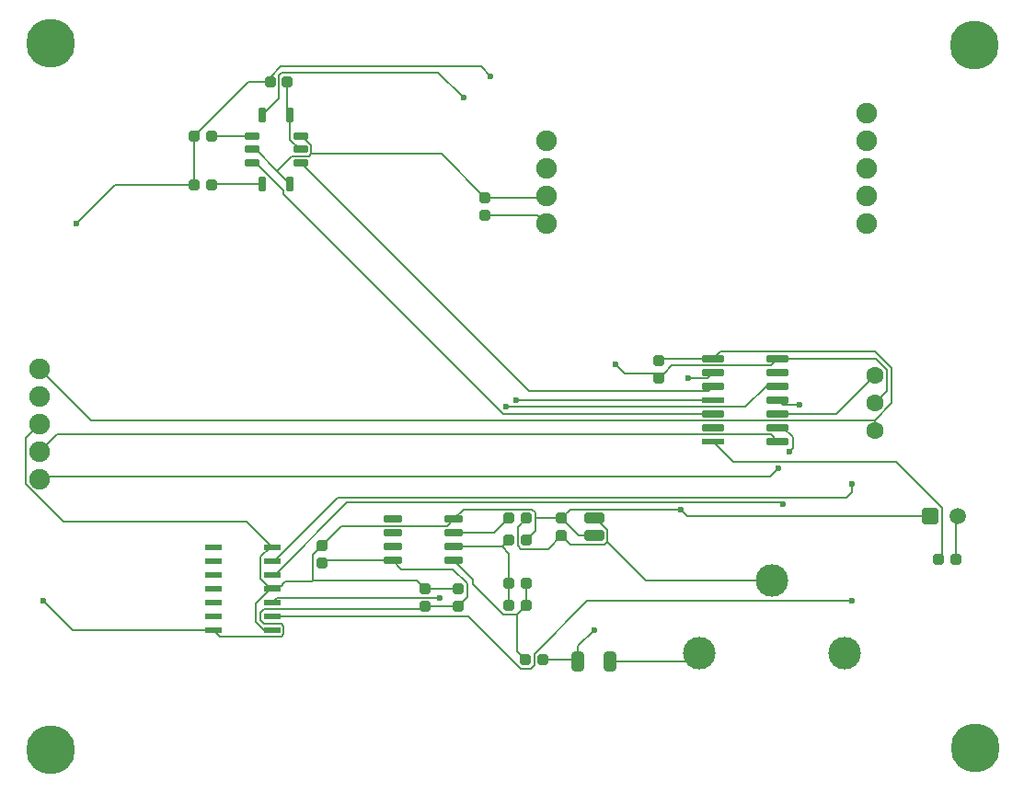
<source format=gbr>
%TF.GenerationSoftware,KiCad,Pcbnew,9.0.7-1.fc42*%
%TF.CreationDate,2026-02-03T17:10:45+01:00*%
%TF.ProjectId,air_sensor,6169725f-7365-46e7-936f-722e6b696361,rev?*%
%TF.SameCoordinates,Original*%
%TF.FileFunction,Copper,L1,Top*%
%TF.FilePolarity,Positive*%
%FSLAX46Y46*%
G04 Gerber Fmt 4.6, Leading zero omitted, Abs format (unit mm)*
G04 Created by KiCad (PCBNEW 9.0.7-1.fc42) date 2026-02-03 17:10:45*
%MOMM*%
%LPD*%
G01*
G04 APERTURE LIST*
G04 Aperture macros list*
%AMRoundRect*
0 Rectangle with rounded corners*
0 $1 Rounding radius*
0 $2 $3 $4 $5 $6 $7 $8 $9 X,Y pos of 4 corners*
0 Add a 4 corners polygon primitive as box body*
4,1,4,$2,$3,$4,$5,$6,$7,$8,$9,$2,$3,0*
0 Add four circle primitives for the rounded corners*
1,1,$1+$1,$2,$3*
1,1,$1+$1,$4,$5*
1,1,$1+$1,$6,$7*
1,1,$1+$1,$8,$9*
0 Add four rect primitives between the rounded corners*
20,1,$1+$1,$2,$3,$4,$5,0*
20,1,$1+$1,$4,$5,$6,$7,0*
20,1,$1+$1,$6,$7,$8,$9,0*
20,1,$1+$1,$8,$9,$2,$3,0*%
G04 Aperture macros list end*
%TA.AperFunction,SMDPad,CuDef*%
%ADD10RoundRect,0.250000X0.325000X0.650000X-0.325000X0.650000X-0.325000X-0.650000X0.325000X-0.650000X0*%
%TD*%
%TA.AperFunction,SMDPad,CuDef*%
%ADD11RoundRect,0.142500X-0.357500X0.332500X-0.357500X-0.332500X0.357500X-0.332500X0.357500X0.332500X0*%
%TD*%
%TA.AperFunction,SMDPad,CuDef*%
%ADD12RoundRect,0.090000X0.560000X-0.210000X0.560000X0.210000X-0.560000X0.210000X-0.560000X-0.210000X0*%
%TD*%
%TA.AperFunction,SMDPad,CuDef*%
%ADD13RoundRect,0.090000X-0.210000X-0.560000X0.210000X-0.560000X0.210000X0.560000X-0.210000X0.560000X0*%
%TD*%
%TA.AperFunction,SMDPad,CuDef*%
%ADD14RoundRect,0.082500X0.667500X-0.192500X0.667500X0.192500X-0.667500X0.192500X-0.667500X-0.192500X0*%
%TD*%
%TA.AperFunction,SMDPad,CuDef*%
%ADD15RoundRect,0.142500X0.332500X0.357500X-0.332500X0.357500X-0.332500X-0.357500X0.332500X-0.357500X0*%
%TD*%
%TA.AperFunction,SMDPad,CuDef*%
%ADD16RoundRect,0.142500X-0.332500X-0.357500X0.332500X-0.357500X0.332500X0.357500X-0.332500X0.357500X0*%
%TD*%
%TA.AperFunction,ComponentPad*%
%ADD17C,3.000000*%
%TD*%
%TA.AperFunction,SMDPad,CuDef*%
%ADD18RoundRect,0.142500X0.357500X-0.332500X0.357500X0.332500X-0.357500X0.332500X-0.357500X-0.332500X0*%
%TD*%
%TA.AperFunction,SMDPad,CuDef*%
%ADD19RoundRect,0.090000X-0.947500X-0.210000X0.947500X-0.210000X0.947500X0.210000X-0.947500X0.210000X0*%
%TD*%
%TA.AperFunction,SMDPad,CuDef*%
%ADD20RoundRect,0.088500X-0.949000X-0.206500X0.949000X-0.206500X0.949000X0.206500X-0.949000X0.206500X0*%
%TD*%
%TA.AperFunction,SMDPad,CuDef*%
%ADD21RoundRect,0.091500X-0.946000X-0.213500X0.946000X-0.213500X0.946000X0.213500X-0.946000X0.213500X0*%
%TD*%
%TA.AperFunction,ComponentPad*%
%ADD22C,4.500000*%
%TD*%
%TA.AperFunction,ComponentPad*%
%ADD23RoundRect,0.250000X-0.500000X-0.500000X0.500000X-0.500000X0.500000X0.500000X-0.500000X0.500000X0*%
%TD*%
%TA.AperFunction,ComponentPad*%
%ADD24C,1.500000*%
%TD*%
%TA.AperFunction,SMDPad,CuDef*%
%ADD25RoundRect,0.090000X0.797500X0.210000X-0.797500X0.210000X-0.797500X-0.210000X0.797500X-0.210000X0*%
%TD*%
%TA.AperFunction,ComponentPad*%
%ADD26C,1.905000*%
%TD*%
%TA.AperFunction,ComponentPad*%
%ADD27C,1.600000*%
%TD*%
%TA.AperFunction,SMDPad,CuDef*%
%ADD28RoundRect,0.150000X-0.750000X0.350000X-0.750000X-0.350000X0.750000X-0.350000X0.750000X0.350000X0*%
%TD*%
%TA.AperFunction,ViaPad*%
%ADD29C,0.600000*%
%TD*%
%TA.AperFunction,Conductor*%
%ADD30C,0.200000*%
%TD*%
G04 APERTURE END LIST*
D10*
%TO.P,C16,1*%
%TO.N,GND*%
X148475000Y-119910000D03*
%TO.P,C16,2*%
%TO.N,02_A*%
X145525000Y-119910000D03*
%TD*%
D11*
%TO.P,C18,1*%
%TO.N,3V3*%
X153000000Y-92200000D03*
%TO.P,C18,2*%
%TO.N,GND*%
X153000000Y-93800000D03*
%TD*%
D12*
%TO.P,M1,1,A*%
%TO.N,NO2_VAL*%
X115560000Y-74000000D03*
%TO.P,M1,2,B*%
%TO.N,GND*%
X115560000Y-72750000D03*
%TO.P,M1,3,C*%
%TO.N,Net-(M1-C)*%
X115560000Y-71500000D03*
D13*
%TO.P,M1,4,D*%
%TO.N,NH3_VAL*%
X116510000Y-69560000D03*
%TO.P,M1,5,E*%
%TO.N,Net-(M1-E)*%
X119050000Y-69560000D03*
D12*
%TO.P,M1,6,F*%
%TO.N,GND*%
X120000000Y-71500000D03*
%TO.P,M1,7,G*%
%TO.N,Net-(M1-E)*%
X120000000Y-72750000D03*
%TO.P,M1,8,H*%
%TO.N,CO_VAL*%
X120000000Y-74000000D03*
D13*
%TO.P,M1,9,J*%
%TO.N,GND*%
X119050000Y-75940000D03*
%TO.P,M1,10,K*%
%TO.N,Net-(M1-K)*%
X116510000Y-75940000D03*
%TD*%
D14*
%TO.P,U9,1,1OE*%
%TO.N,GND*%
X117400000Y-117000000D03*
%TO.P,U9,2,1A*%
%TO.N,CO2_TX*%
X117400000Y-115730000D03*
%TO.P,U9,3,1Y*%
%TO.N,AT_GAS_RX*%
X117400000Y-114460000D03*
%TO.P,U9,4,2OE*%
%TO.N,GND*%
X117400000Y-113190000D03*
%TO.P,U9,5,2A*%
%TO.N,AT_GAS_TX*%
X117400000Y-111920000D03*
%TO.P,U9,6,2Y*%
%TO.N,C02_RX*%
X117400000Y-110650000D03*
%TO.P,U9,7,GND*%
%TO.N,GND*%
X117400000Y-109380000D03*
%TO.P,U9,8,3Y*%
%TO.N,unconnected-(U9-3Y-Pad8)*%
X112000000Y-109390000D03*
%TO.P,U9,9,3A*%
%TO.N,unconnected-(U9-3A-Pad9)*%
X112000000Y-110660000D03*
%TO.P,U9,10,3OE*%
%TO.N,unconnected-(U9-3OE-Pad10)*%
X112000000Y-111930000D03*
%TO.P,U9,11,4Y*%
%TO.N,unconnected-(U9-4Y-Pad11)*%
X112000000Y-113200000D03*
%TO.P,U9,12,4A*%
%TO.N,unconnected-(U9-4A-Pad12)*%
X112000000Y-114460000D03*
%TO.P,U9,13,4OE*%
%TO.N,unconnected-(U9-4OE-Pad13)*%
X112000000Y-115730000D03*
%TO.P,U9,14,VCC*%
%TO.N,3V3*%
X112000000Y-117000000D03*
%TD*%
D15*
%TO.P,C15,1*%
%TO.N,Net-(A1-OUT_A)*%
X140800000Y-114700000D03*
%TO.P,C15,2*%
%TO.N,Net-(A1--IN_A)*%
X139200000Y-114700000D03*
%TD*%
D16*
%TO.P,R12,1*%
%TO.N,5V*%
X117200000Y-66500000D03*
%TO.P,R12,2*%
%TO.N,Net-(M1-E)*%
X118800000Y-66500000D03*
%TD*%
D17*
%TO.P,O1,1,Vsensor+*%
%TO.N,Net-(O1-Vsensor+)*%
X163400000Y-112400000D03*
%TO.P,O1,2,Vsensor-*%
%TO.N,GND*%
X156700000Y-119100000D03*
%TO.P,O1,3*%
%TO.N,unconnected-(O1-Pad3)*%
X170100000Y-119100000D03*
%TD*%
D18*
%TO.P,C32,1*%
%TO.N,5V*%
X137000000Y-78800000D03*
%TO.P,C32,2*%
%TO.N,GND*%
X137000000Y-77200000D03*
%TD*%
D19*
%TO.P,U6,1,VDD*%
%TO.N,3V3*%
X158000000Y-92000000D03*
%TO.P,U6,2,PA4*%
%TO.N,02_A*%
X158000000Y-93270000D03*
%TO.P,U6,3,PA5*%
%TO.N,CO_VAL*%
X158000000Y-94540000D03*
D20*
%TO.P,U6,4,PA6*%
%TO.N,NH3_VAL*%
X158000000Y-95805000D03*
D19*
%TO.P,U6,5,PA7*%
%TO.N,NO2_VAL*%
X158000000Y-97070000D03*
%TO.P,U6,6,TOSC1/PB3*%
%TO.N,unconnected-(U6-TOSC1{slash}PB3-Pad6)*%
X158000000Y-98340000D03*
D20*
%TO.P,U6,7,TOSC2/PB2*%
%TO.N,STATUS_LED*%
X158000000Y-99605000D03*
D19*
%TO.P,U6,8,PB1*%
%TO.N,SDA*%
X163925000Y-99610000D03*
%TO.P,U6,9,PB0*%
%TO.N,SCL*%
X163925000Y-98340000D03*
%TO.P,U6,10,PA0/RST/UPDI*%
%TO.N,UPDI*%
X163925000Y-97070000D03*
%TO.P,U6,11,PA1*%
%TO.N,AT_GAS_TX*%
X163925000Y-95800000D03*
%TO.P,U6,12,PA2*%
%TO.N,AT_GAS_RX*%
X163925000Y-94530000D03*
%TO.P,U6,13,PA3/EXTCLK*%
%TO.N,unconnected-(U6-PA3{slash}EXTCLK-Pad13)*%
X163925000Y-93260000D03*
D21*
%TO.P,U6,14,GND*%
%TO.N,GND*%
X163925000Y-91995000D03*
%TD*%
D11*
%TO.P,C13,1*%
%TO.N,GND*%
X131500000Y-113200000D03*
%TO.P,C13,2*%
%TO.N,3V3*%
X131500000Y-114800000D03*
%TD*%
D22*
%TO.P,REF\u002A\u002A,*%
%TO.N,*%
X97000000Y-63000000D03*
%TD*%
%TO.P,REF\u002A\u002A,*%
%TO.N,*%
X182000000Y-63150000D03*
%TD*%
D11*
%TO.P,R1,1*%
%TO.N,GND*%
X144000000Y-106700000D03*
%TO.P,R1,2*%
%TO.N,Net-(O1-Vsensor+)*%
X144000000Y-108300000D03*
%TD*%
D23*
%TO.P,D1,1,K*%
%TO.N,GND*%
X177960000Y-106500000D03*
D24*
%TO.P,D1,2,A*%
%TO.N,Net-(D1-A)*%
X180500000Y-106500000D03*
%TD*%
D25*
%TO.P,A1,1,OUT_A*%
%TO.N,Net-(A1-OUT_A)*%
X134100000Y-110590000D03*
%TO.P,A1,2,-IN_A*%
%TO.N,Net-(A1--IN_A)*%
X134100000Y-109320000D03*
%TO.P,A1,3,+IN_A*%
%TO.N,Net-(A1-+IN_A)*%
X134100000Y-108050000D03*
%TO.P,A1,4,-Vs*%
%TO.N,GND*%
X134100000Y-106780000D03*
%TO.P,A1,5,+IN_B*%
%TO.N,unconnected-(A1-+IN_B-Pad5)*%
X128475000Y-106780000D03*
%TO.P,A1,6,-IN_B*%
%TO.N,unconnected-(A1--IN_B-Pad6)*%
X128475000Y-108050000D03*
%TO.P,A1,7,OUT_B*%
%TO.N,unconnected-(A1-OUT_B-Pad7)*%
X128475000Y-109320000D03*
%TO.P,A1,8,+Vs*%
%TO.N,3V3*%
X128475000Y-110590000D03*
%TD*%
D15*
%TO.P,R10,1*%
%TO.N,Net-(M1-C)*%
X111800000Y-71500000D03*
%TO.P,R10,2*%
%TO.N,5V*%
X110200000Y-71500000D03*
%TD*%
%TO.P,R4,1*%
%TO.N,02_A*%
X142300000Y-119700000D03*
%TO.P,R4,2*%
%TO.N,Net-(A1-OUT_A)*%
X140700000Y-119700000D03*
%TD*%
%TO.P,R2,1*%
%TO.N,Net-(O1-Vsensor+)*%
X140800000Y-106700000D03*
%TO.P,R2,2*%
%TO.N,Net-(A1-+IN_A)*%
X139200000Y-106700000D03*
%TD*%
D22*
%TO.P,REF\u002A\u002A,*%
%TO.N,*%
X97000000Y-128000000D03*
%TD*%
D15*
%TO.P,R5,1*%
%TO.N,Net-(A1-OUT_A)*%
X140800000Y-112700000D03*
%TO.P,R5,2*%
%TO.N,Net-(A1--IN_A)*%
X139200000Y-112700000D03*
%TD*%
D11*
%TO.P,C23,1*%
%TO.N,GND*%
X122000000Y-109200000D03*
%TO.P,C23,2*%
%TO.N,3V3*%
X122000000Y-110800000D03*
%TD*%
D22*
%TO.P,REF\u002A\u002A,*%
%TO.N,*%
X182100000Y-127800000D03*
%TD*%
D15*
%TO.P,R3,1*%
%TO.N,GND*%
X140800000Y-108700000D03*
%TO.P,R3,2*%
%TO.N,Net-(A1--IN_A)*%
X139200000Y-108700000D03*
%TD*%
D26*
%TO.P,S5,1,HD*%
%TO.N,unconnected-(S5-HD-Pad1)*%
X172140000Y-69420000D03*
%TO.P,S5,2,NC*%
%TO.N,unconnected-(S5-NC-Pad2)*%
X172140000Y-71960000D03*
%TO.P,S5,3,TX*%
%TO.N,CO2_TX*%
X172140000Y-74500000D03*
%TO.P,S5,4,RX*%
%TO.N,C02_RX*%
X172140000Y-77040000D03*
%TO.P,S5,5,NC*%
%TO.N,unconnected-(S5-NC-Pad5)*%
X172140000Y-79580000D03*
%TO.P,S5,6,PWM*%
%TO.N,unconnected-(S5-PWM-Pad6)*%
X142600000Y-71960000D03*
%TO.P,S5,7,NC*%
%TO.N,unconnected-(S5-NC-Pad7)*%
X142600000Y-74500000D03*
%TO.P,S5,8,GND*%
%TO.N,GND*%
X142600000Y-77040000D03*
%TO.P,S5,9,VIN*%
%TO.N,5V*%
X142600000Y-79580000D03*
%TD*%
D15*
%TO.P,R11,1*%
%TO.N,Net-(M1-K)*%
X111800000Y-76000000D03*
%TO.P,R11,2*%
%TO.N,5V*%
X110200000Y-76000000D03*
%TD*%
D27*
%TO.P,J1,1,VCC*%
%TO.N,3V3*%
X172837500Y-98640000D03*
%TO.P,J1,2,GND*%
%TO.N,GND*%
X172837500Y-96100000D03*
%TO.P,J1,3,UPDI*%
%TO.N,UPDI*%
X172837500Y-93560000D03*
%TD*%
D28*
%TO.P,C12,1*%
%TO.N,Net-(O1-Vsensor+)*%
X147000000Y-106700000D03*
%TO.P,C12,2*%
%TO.N,GND*%
X147000000Y-108300000D03*
%TD*%
D16*
%TO.P,R6,1*%
%TO.N,STATUS_LED*%
X178700000Y-110500000D03*
%TO.P,R6,2*%
%TO.N,Net-(D1-A)*%
X180300000Y-110500000D03*
%TD*%
D26*
%TO.P,G2,1,3V3*%
%TO.N,3V3*%
X96000000Y-92960000D03*
%TO.P,G2,2,5V*%
%TO.N,5V*%
X96000000Y-95500000D03*
%TO.P,G2,3,GND*%
%TO.N,GND*%
X96000000Y-98000000D03*
%TO.P,G2,4,SDA*%
%TO.N,SDA*%
X96000000Y-100540000D03*
%TO.P,G2,5,SCL*%
%TO.N,SCL*%
X96000000Y-103080000D03*
%TD*%
D11*
%TO.P,C14,1*%
%TO.N,GND*%
X134500000Y-113200000D03*
%TO.P,C14,2*%
%TO.N,3V3*%
X134500000Y-114800000D03*
%TD*%
D29*
%TO.N,3V3*%
X96362500Y-114299400D03*
%TO.N,GND*%
X149000000Y-92500000D03*
X154971800Y-105882700D03*
%TO.N,02_A*%
X147000000Y-117000000D03*
X155668600Y-93829000D03*
%TO.N,5V*%
X99337500Y-79590600D03*
X137500000Y-66000000D03*
%TO.N,SCL*%
X164953200Y-100596900D03*
X164000000Y-102069800D03*
%TO.N,NH3_VAL*%
X135037500Y-68021000D03*
X139801200Y-95805000D03*
%TO.N,CO2_TX*%
X170737500Y-114299400D03*
%TO.N,C02_RX*%
X170737500Y-103500000D03*
%TO.N,AT_GAS_RX*%
X138935000Y-96435000D03*
X132775300Y-114000000D03*
%TO.N,AT_GAS_TX*%
X164393800Y-105431000D03*
X165897200Y-96234400D03*
%TD*%
D30*
%TO.N,Net-(A1-+IN_A)*%
X137850000Y-108050000D02*
X139200000Y-106700000D01*
X134100000Y-108050000D02*
X137850000Y-108050000D01*
%TO.N,3V3*%
X134028400Y-111395400D02*
X135323100Y-112690100D01*
X116674500Y-116423000D02*
X116315200Y-116063700D01*
X174406200Y-92897700D02*
X174406200Y-96110200D01*
X118452000Y-116626200D02*
X118248800Y-116423000D01*
X128475000Y-110590000D02*
X129280400Y-111395400D01*
X158000000Y-92000000D02*
X158637600Y-91362400D01*
X158637600Y-91362400D02*
X172870900Y-91362400D01*
X135323100Y-113976900D02*
X134500000Y-114800000D01*
X174406200Y-96110200D02*
X172837500Y-97678900D01*
X112000000Y-117000000D02*
X112592700Y-117592700D01*
X129280400Y-111395400D02*
X134028400Y-111395400D01*
X100718900Y-97678900D02*
X172837500Y-97678900D01*
X99063100Y-117000000D02*
X112000000Y-117000000D01*
X131204900Y-115095100D02*
X131500000Y-114800000D01*
X116631000Y-115095100D02*
X131204900Y-115095100D01*
X118452000Y-117354800D02*
X118452000Y-116626200D01*
X118248800Y-116423000D02*
X116674500Y-116423000D01*
X153000000Y-92200000D02*
X153200000Y-92000000D01*
X112592700Y-117592700D02*
X118214100Y-117592700D01*
X134500000Y-114800000D02*
X131500000Y-114800000D01*
X153200000Y-92000000D02*
X158000000Y-92000000D01*
X122000000Y-110800000D02*
X122210000Y-110590000D01*
X118214100Y-117592700D02*
X118452000Y-117354800D01*
X116315200Y-116063700D02*
X116315200Y-115410900D01*
X122210000Y-110590000D02*
X128475000Y-110590000D01*
X172870900Y-91362400D02*
X174406200Y-92897700D01*
X96000000Y-92960000D02*
X100718900Y-97678900D01*
X172837500Y-97678900D02*
X172837500Y-98640000D01*
X116315200Y-115410900D02*
X116631000Y-115095100D01*
X96362500Y-114299400D02*
X99063100Y-117000000D01*
X135323100Y-112690100D02*
X135323100Y-113976900D01*
%TO.N,GND*%
X121081500Y-112497000D02*
X121163100Y-112415400D01*
X134998500Y-105881500D02*
X141316300Y-105881500D01*
X173982100Y-93062300D02*
X172914800Y-91995000D01*
X134100000Y-106780000D02*
X134998500Y-105881500D01*
X121163100Y-110036900D02*
X122000000Y-109200000D01*
X145600000Y-108300000D02*
X144000000Y-106700000D01*
X116338000Y-112261900D02*
X116974800Y-112898700D01*
X141638400Y-107861600D02*
X141638400Y-106700000D01*
X141638400Y-106700000D02*
X144000000Y-106700000D01*
X153456300Y-93343700D02*
X153000000Y-93343700D01*
X122000000Y-109200000D02*
X123783500Y-107416500D01*
X141316300Y-105881500D02*
X141638400Y-106203600D01*
X120771400Y-73375000D02*
X119217600Y-73375000D01*
X172837500Y-96100000D02*
X173982100Y-94955400D01*
X117400000Y-109380000D02*
X117206300Y-109380000D01*
X137000000Y-77200000D02*
X132953000Y-73153000D01*
X155589100Y-106500000D02*
X177960000Y-106500000D01*
X115913500Y-114536400D02*
X115913500Y-116230000D01*
X117206300Y-109380000D02*
X116338000Y-110248300D01*
X94688600Y-99311400D02*
X94688600Y-103547500D01*
X132953000Y-73153000D02*
X120993400Y-73153000D01*
X154143500Y-92656500D02*
X153456300Y-93343700D01*
X115913500Y-116230000D02*
X116683500Y-117000000D01*
X120993400Y-72369100D02*
X120993400Y-73153000D01*
X115032200Y-107012200D02*
X117400000Y-109380000D01*
X117400000Y-112898700D02*
X118211100Y-112898700D01*
X120124300Y-71500000D02*
X120993400Y-72369100D01*
X121163100Y-112415400D02*
X130715400Y-112415400D01*
X149843700Y-93343700D02*
X149000000Y-92500000D01*
X94688600Y-103547500D02*
X98153300Y-107012200D01*
X117851300Y-74741300D02*
X119050000Y-75940000D01*
X120993400Y-73153000D02*
X120771400Y-73375000D01*
X153000000Y-93343700D02*
X149843700Y-93343700D01*
X117400000Y-113190000D02*
X117400000Y-112898700D01*
X118446500Y-112663300D02*
X118612800Y-112497000D01*
X148475000Y-119910000D02*
X155890000Y-119910000D01*
X116683500Y-117000000D02*
X117400000Y-117000000D01*
X120000000Y-71500000D02*
X120124300Y-71500000D01*
X144000000Y-106700000D02*
X144817300Y-105882700D01*
X163263500Y-92656500D02*
X154143500Y-92656500D01*
X118612800Y-112497000D02*
X121081500Y-112497000D01*
X117259900Y-113190000D02*
X115913500Y-114536400D01*
X154971800Y-105882700D02*
X155589100Y-106500000D01*
X147000000Y-108300000D02*
X145600000Y-108300000D01*
X155890000Y-119910000D02*
X156700000Y-119100000D01*
X119217600Y-73375000D02*
X117851300Y-74741300D01*
X115560000Y-72750000D02*
X115860000Y-72750000D01*
X123783500Y-107416500D02*
X133463500Y-107416500D01*
X96000000Y-98000000D02*
X94688600Y-99311400D01*
X163925000Y-91995000D02*
X163263500Y-92656500D01*
X142440000Y-77200000D02*
X142600000Y-77040000D01*
X118446500Y-112663300D02*
X118612800Y-112497000D01*
X137000000Y-77200000D02*
X142440000Y-77200000D01*
X116338000Y-110248300D02*
X116338000Y-112261900D01*
X116974800Y-112898700D02*
X117400000Y-112898700D01*
X153000000Y-93343700D02*
X153000000Y-93800000D01*
X118211100Y-112898700D02*
X118446500Y-112663300D01*
X117400000Y-113190000D02*
X117259900Y-113190000D01*
X130715400Y-112415400D02*
X131500000Y-113200000D01*
X141638400Y-106203600D02*
X141638400Y-106700000D01*
X140800000Y-108700000D02*
X141638400Y-107861600D01*
X144817300Y-105882700D02*
X154971800Y-105882700D01*
X172914800Y-91995000D02*
X163925000Y-91995000D01*
X115860000Y-72750000D02*
X117851300Y-74741300D01*
X121163100Y-112415400D02*
X121163100Y-110036900D01*
X134500000Y-113200000D02*
X131500000Y-113200000D01*
X173982100Y-94955400D02*
X173982100Y-93062300D01*
X133463500Y-107416500D02*
X134100000Y-106780000D01*
X98153300Y-107012200D02*
X115032200Y-107012200D01*
%TO.N,Net-(A1-OUT_A)*%
X138647700Y-115534900D02*
X135842400Y-112729600D01*
X139965100Y-115534900D02*
X139965100Y-118965100D01*
X135842400Y-112729600D02*
X135842400Y-112332400D01*
X135842400Y-112332400D02*
X134100000Y-110590000D01*
X140800000Y-114700000D02*
X139965100Y-115534900D01*
X139965100Y-118965100D02*
X140700000Y-119700000D01*
X140800000Y-114700000D02*
X140800000Y-112700000D01*
X139965100Y-115534900D02*
X138647700Y-115534900D01*
%TO.N,Net-(A1--IN_A)*%
X138580000Y-109320000D02*
X139200000Y-108700000D01*
X139200000Y-114700000D02*
X139200000Y-112700000D01*
X134100000Y-109320000D02*
X138580000Y-109320000D01*
X139200000Y-112700000D02*
X139200000Y-109940000D01*
X139200000Y-109940000D02*
X138580000Y-109320000D01*
%TO.N,Net-(O1-Vsensor+)*%
X142778700Y-109521300D02*
X144000000Y-108300000D01*
X151753100Y-112400000D02*
X148203800Y-108850700D01*
X147159700Y-106700000D02*
X148203800Y-107744100D01*
X147952200Y-109102300D02*
X144802300Y-109102300D01*
X148203800Y-107744100D02*
X148203800Y-108850700D01*
X140000000Y-107500000D02*
X140000000Y-109231600D01*
X163400000Y-112400000D02*
X151753100Y-112400000D01*
X140800000Y-106700000D02*
X140000000Y-107500000D01*
X140289700Y-109521300D02*
X142778700Y-109521300D01*
X144802300Y-109102300D02*
X144000000Y-108300000D01*
X140000000Y-109231600D02*
X140289700Y-109521300D01*
X148203800Y-108850700D02*
X147952200Y-109102300D01*
X147000000Y-106700000D02*
X147159700Y-106700000D01*
%TO.N,02_A*%
X145315000Y-119700000D02*
X142300000Y-119700000D01*
X145525000Y-119910000D02*
X145315000Y-119700000D01*
X155668600Y-93829000D02*
X157441000Y-93829000D01*
X157441000Y-93829000D02*
X158000000Y-93270000D01*
X147000000Y-117000000D02*
X145525000Y-118475000D01*
X145525000Y-118475000D02*
X145525000Y-119910000D01*
%TO.N,5V*%
X141820000Y-78800000D02*
X142600000Y-79580000D01*
X115200000Y-66500000D02*
X117200000Y-66500000D01*
X136628600Y-65128600D02*
X118166600Y-65128600D01*
X137000000Y-78800000D02*
X141820000Y-78800000D01*
X110200000Y-71500000D02*
X115200000Y-66500000D01*
X137500000Y-66000000D02*
X136628600Y-65128600D01*
X117200000Y-66095200D02*
X117200000Y-66500000D01*
X118166600Y-65128600D02*
X117200000Y-66095200D01*
X102928100Y-76000000D02*
X99337500Y-79590600D01*
X110200000Y-76000000D02*
X110200000Y-71500000D01*
X110200000Y-76000000D02*
X102928100Y-76000000D01*
%TO.N,SDA*%
X97565400Y-98974600D02*
X163289600Y-98974600D01*
X96000000Y-100540000D02*
X97565400Y-98974600D01*
X163289600Y-98974600D02*
X163925000Y-99610000D01*
%TO.N,SCL*%
X164425800Y-98340000D02*
X165339600Y-99253800D01*
X165339600Y-100210500D02*
X164953200Y-100596900D01*
X164000000Y-102069800D02*
X163243600Y-102826200D01*
X163243600Y-102826200D02*
X96253800Y-102826200D01*
X164953200Y-100596900D02*
X165339600Y-100210500D01*
X96253800Y-102826200D02*
X96000000Y-103080000D01*
X165339600Y-100210500D02*
X164953200Y-100596900D01*
X165339600Y-99253800D02*
X165339600Y-100210500D01*
X163925000Y-98340000D02*
X164425800Y-98340000D01*
%TO.N,UPDI*%
X169327500Y-97070000D02*
X172837500Y-93560000D01*
X163925000Y-97070000D02*
X169327500Y-97070000D01*
%TO.N,Net-(M1-C)*%
X111800000Y-71500000D02*
X115560000Y-71500000D01*
%TO.N,Net-(M1-E)*%
X119040600Y-71881600D02*
X119040600Y-69569400D01*
X118800000Y-69310000D02*
X118800000Y-66500000D01*
X119050000Y-69560000D02*
X118800000Y-69310000D01*
X119909000Y-72750000D02*
X119040600Y-71881600D01*
X119040600Y-69569400D02*
X119050000Y-69560000D01*
X120000000Y-72750000D02*
X119909000Y-72750000D01*
%TO.N,NO2_VAL*%
X118448000Y-76893000D02*
X138625000Y-97070000D01*
X115560000Y-74000000D02*
X115897100Y-74000000D01*
X118448000Y-76550900D02*
X118448000Y-76893000D01*
X138625000Y-97070000D02*
X158000000Y-97070000D01*
X115897100Y-74000000D02*
X118448000Y-76550900D01*
%TO.N,Net-(M1-K)*%
X116510000Y-75940000D02*
X111860000Y-75940000D01*
X111860000Y-75940000D02*
X111800000Y-76000000D01*
%TO.N,NH3_VAL*%
X116510000Y-69560000D02*
X118000000Y-68070000D01*
X158000000Y-95805000D02*
X139801200Y-95805000D01*
X118000000Y-65921600D02*
X118254700Y-65666900D01*
X118254700Y-65666900D02*
X132683400Y-65666900D01*
X118000000Y-68070000D02*
X118000000Y-65921600D01*
X132683400Y-65666900D02*
X135037500Y-68021000D01*
%TO.N,CO_VAL*%
X141001600Y-95001600D02*
X120000000Y-74000000D01*
X157538400Y-95001600D02*
X141001600Y-95001600D01*
X158000000Y-94540000D02*
X157538400Y-95001600D01*
%TO.N,CO2_TX*%
X141163700Y-120585700D02*
X141500000Y-120249400D01*
X141500000Y-120249400D02*
X141500000Y-119171700D01*
X140266800Y-120585700D02*
X141163700Y-120585700D01*
X117400000Y-115730000D02*
X135411100Y-115730000D01*
X135411100Y-115730000D02*
X140266800Y-120585700D01*
X146372300Y-114299400D02*
X170737500Y-114299400D01*
X141500000Y-119171700D02*
X146372300Y-114299400D01*
%TO.N,C02_RX*%
X170265100Y-104815600D02*
X170737500Y-104343200D01*
X123449200Y-104815600D02*
X170265100Y-104815600D01*
X170737500Y-104343200D02*
X170737500Y-103500000D01*
X117614800Y-110650000D02*
X123449200Y-104815600D01*
X117400000Y-110650000D02*
X117614800Y-110650000D01*
%TO.N,AT_GAS_RX*%
X117860000Y-114000000D02*
X132775300Y-114000000D01*
X160928400Y-96435000D02*
X162833400Y-94530000D01*
X117400000Y-114460000D02*
X117860000Y-114000000D01*
X138935000Y-96435000D02*
X160928400Y-96435000D01*
X162833400Y-94530000D02*
X163925000Y-94530000D01*
%TO.N,AT_GAS_TX*%
X165897200Y-96234400D02*
X164359400Y-96234400D01*
X164223300Y-105260500D02*
X164393800Y-105431000D01*
X117630400Y-111920000D02*
X124289900Y-105260500D01*
X164359400Y-96234400D02*
X163925000Y-95800000D01*
X124289900Y-105260500D02*
X164223300Y-105260500D01*
X117400000Y-111920000D02*
X117630400Y-111920000D01*
%TO.N,Net-(D1-A)*%
X180500000Y-106500000D02*
X180300000Y-106700000D01*
X180300000Y-106700000D02*
X180300000Y-110500000D01*
%TO.N,STATUS_LED*%
X159864800Y-101469800D02*
X158000000Y-99605000D01*
X179049600Y-105748500D02*
X174770900Y-101469800D01*
X178700000Y-110500000D02*
X179049600Y-110150400D01*
X179049600Y-110150400D02*
X179049600Y-105748500D01*
X174770900Y-101469800D02*
X159864800Y-101469800D01*
%TD*%
M02*

</source>
